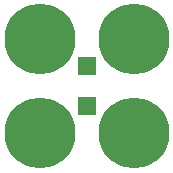
<source format=gtl>
%TF.GenerationSoftware,KiCad,Pcbnew,4.0.5-e0-6337~49~ubuntu16.04.1*%
%TF.CreationDate,2017-01-18T01:52:00-08:00*%
%TF.ProjectId,2x2-Generic-1206-SMT,3278322D47656E657269632D31323036,1.0*%
%TF.FileFunction,Copper,L1,Top,Signal*%
%FSLAX46Y46*%
G04 Gerber Fmt 4.6, Leading zero omitted, Abs format (unit mm)*
G04 Created by KiCad (PCBNEW 4.0.5-e0-6337~49~ubuntu16.04.1) date Wed Jan 18 01:52:00 2017*
%MOMM*%
%LPD*%
G01*
G04 APERTURE LIST*
%ADD10C,0.350000*%
%ADD11R,1.600000X1.500000*%
%ADD12C,6.000000*%
%ADD13C,0.350000*%
G04 APERTURE END LIST*
D10*
D11*
X151193000Y-95128000D03*
D12*
X147193000Y-100838000D03*
X147193000Y-92838000D03*
X155193000Y-92838000D03*
X155193000Y-100838000D03*
D11*
X151193000Y-98548000D03*
D13*
X147193000Y-100838000D03*
X147193000Y-92838000D03*
X155193000Y-92838000D03*
X155193000Y-100838000D03*
M02*

</source>
